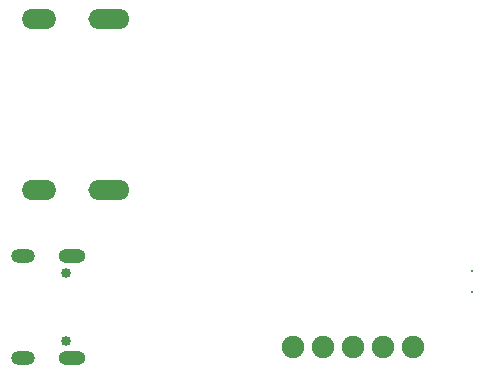
<source format=gbs>
G04*
G04 #@! TF.GenerationSoftware,Altium Limited,Altium Designer,21.3.2 (30)*
G04*
G04 Layer_Color=16711935*
%FSLAX44Y44*%
%MOMM*%
G71*
G04*
G04 #@! TF.SameCoordinates,B628278F-7F55-4BD0-9F56-58D37DFBE93C*
G04*
G04*
G04 #@! TF.FilePolarity,Negative*
G04*
G01*
G75*
%ADD61C,0.2032*%
%ADD62O,3.5032X1.7032*%
%ADD63O,2.9032X1.7032*%
%ADD64O,2.3032X1.2032*%
%ADD65O,2.0032X1.2032*%
%ADD66C,0.8532*%
%ADD87C,1.9032*%
D61*
X379899Y55570D02*
D03*
Y73350D02*
D03*
D62*
X72894Y287150D02*
D03*
Y142150D02*
D03*
D63*
X13294Y287150D02*
D03*
Y142150D02*
D03*
D64*
X41498Y86399D02*
D03*
X41498Y-2D02*
D03*
D65*
X-0Y86401D02*
D03*
X0Y0D02*
D03*
D66*
X36499Y72099D02*
D03*
Y14299D02*
D03*
D87*
X228094Y8910D02*
D03*
X253494D02*
D03*
X278894D02*
D03*
X304294D02*
D03*
X329694D02*
D03*
M02*

</source>
